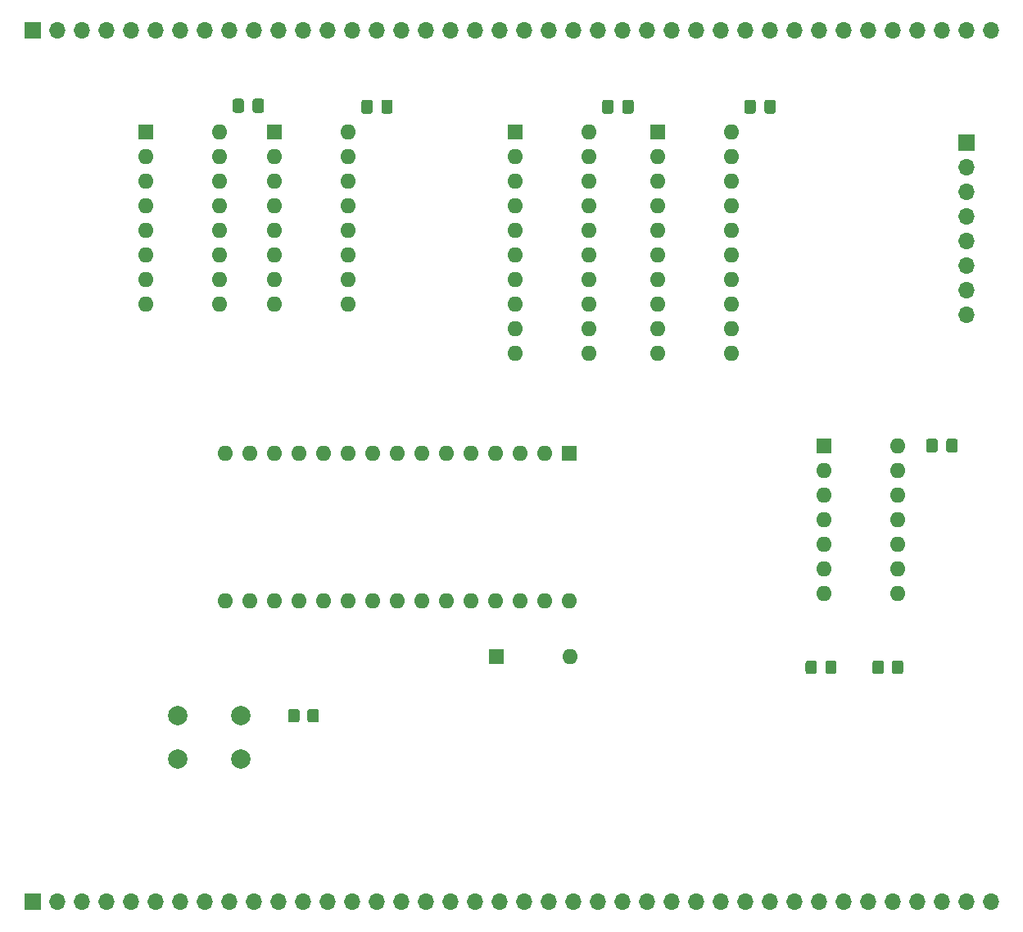
<source format=gts>
G04 #@! TF.GenerationSoftware,KiCad,Pcbnew,(5.1.9)-1*
G04 #@! TF.CreationDate,2021-10-03T23:58:30-04:00*
G04 #@! TF.ProjectId,loader,6c6f6164-6572-42e6-9b69-6361645f7063,1.0*
G04 #@! TF.SameCoordinates,Original*
G04 #@! TF.FileFunction,Soldermask,Top*
G04 #@! TF.FilePolarity,Negative*
%FSLAX46Y46*%
G04 Gerber Fmt 4.6, Leading zero omitted, Abs format (unit mm)*
G04 Created by KiCad (PCBNEW (5.1.9)-1) date 2021-10-03 23:58:30*
%MOMM*%
%LPD*%
G01*
G04 APERTURE LIST*
%ADD10O,1.700000X1.700000*%
%ADD11R,1.700000X1.700000*%
%ADD12C,2.000000*%
%ADD13O,1.600000X1.600000*%
%ADD14R,1.600000X1.600000*%
G04 APERTURE END LIST*
D10*
X182900000Y-75380000D03*
X182900000Y-72840000D03*
X182900000Y-70300000D03*
X182900000Y-67760000D03*
X182900000Y-65220000D03*
X182900000Y-62680000D03*
X182900000Y-60140000D03*
D11*
X182900000Y-57600000D03*
G36*
G01*
X161150000Y-53425000D02*
X161150000Y-54375000D01*
G75*
G02*
X160900000Y-54625000I-250000J0D01*
G01*
X160225000Y-54625000D01*
G75*
G02*
X159975000Y-54375000I0J250000D01*
G01*
X159975000Y-53425000D01*
G75*
G02*
X160225000Y-53175000I250000J0D01*
G01*
X160900000Y-53175000D01*
G75*
G02*
X161150000Y-53425000I0J-250000D01*
G01*
G37*
G36*
G01*
X163225000Y-53425000D02*
X163225000Y-54375000D01*
G75*
G02*
X162975000Y-54625000I-250000J0D01*
G01*
X162300000Y-54625000D01*
G75*
G02*
X162050000Y-54375000I0J250000D01*
G01*
X162050000Y-53425000D01*
G75*
G02*
X162300000Y-53175000I250000J0D01*
G01*
X162975000Y-53175000D01*
G75*
G02*
X163225000Y-53425000I0J-250000D01*
G01*
G37*
G36*
G01*
X146450000Y-53425000D02*
X146450000Y-54375000D01*
G75*
G02*
X146200000Y-54625000I-250000J0D01*
G01*
X145525000Y-54625000D01*
G75*
G02*
X145275000Y-54375000I0J250000D01*
G01*
X145275000Y-53425000D01*
G75*
G02*
X145525000Y-53175000I250000J0D01*
G01*
X146200000Y-53175000D01*
G75*
G02*
X146450000Y-53425000I0J-250000D01*
G01*
G37*
G36*
G01*
X148525000Y-53425000D02*
X148525000Y-54375000D01*
G75*
G02*
X148275000Y-54625000I-250000J0D01*
G01*
X147600000Y-54625000D01*
G75*
G02*
X147350000Y-54375000I0J250000D01*
G01*
X147350000Y-53425000D01*
G75*
G02*
X147600000Y-53175000I250000J0D01*
G01*
X148275000Y-53175000D01*
G75*
G02*
X148525000Y-53425000I0J-250000D01*
G01*
G37*
G36*
G01*
X114000000Y-116349999D02*
X114000000Y-117250001D01*
G75*
G02*
X113750001Y-117500000I-249999J0D01*
G01*
X113049999Y-117500000D01*
G75*
G02*
X112800000Y-117250001I0J249999D01*
G01*
X112800000Y-116349999D01*
G75*
G02*
X113049999Y-116100000I249999J0D01*
G01*
X113750001Y-116100000D01*
G75*
G02*
X114000000Y-116349999I0J-249999D01*
G01*
G37*
G36*
G01*
X116000000Y-116349999D02*
X116000000Y-117250001D01*
G75*
G02*
X115750001Y-117500000I-249999J0D01*
G01*
X115049999Y-117500000D01*
G75*
G02*
X114800000Y-117250001I0J249999D01*
G01*
X114800000Y-116349999D01*
G75*
G02*
X115049999Y-116100000I249999J0D01*
G01*
X115750001Y-116100000D01*
G75*
G02*
X116000000Y-116349999I0J-249999D01*
G01*
G37*
D12*
X101400000Y-121300000D03*
X101400000Y-116800000D03*
X107900000Y-121300000D03*
X107900000Y-116800000D03*
G36*
G01*
X179950000Y-88425000D02*
X179950000Y-89375000D01*
G75*
G02*
X179700000Y-89625000I-250000J0D01*
G01*
X179025000Y-89625000D01*
G75*
G02*
X178775000Y-89375000I0J250000D01*
G01*
X178775000Y-88425000D01*
G75*
G02*
X179025000Y-88175000I250000J0D01*
G01*
X179700000Y-88175000D01*
G75*
G02*
X179950000Y-88425000I0J-250000D01*
G01*
G37*
G36*
G01*
X182025000Y-88425000D02*
X182025000Y-89375000D01*
G75*
G02*
X181775000Y-89625000I-250000J0D01*
G01*
X181100000Y-89625000D01*
G75*
G02*
X180850000Y-89375000I0J250000D01*
G01*
X180850000Y-88425000D01*
G75*
G02*
X181100000Y-88175000I250000J0D01*
G01*
X181775000Y-88175000D01*
G75*
G02*
X182025000Y-88425000I0J-250000D01*
G01*
G37*
D13*
X175820000Y-88900000D03*
X168200000Y-104140000D03*
X175820000Y-91440000D03*
X168200000Y-101600000D03*
X175820000Y-93980000D03*
X168200000Y-99060000D03*
X175820000Y-96520000D03*
X168200000Y-96520000D03*
X175820000Y-99060000D03*
X168200000Y-93980000D03*
X175820000Y-101600000D03*
X168200000Y-91440000D03*
X175820000Y-104140000D03*
D14*
X168200000Y-88900000D03*
D13*
X141920000Y-110700000D03*
D14*
X134300000Y-110700000D03*
D13*
X158620000Y-56500000D03*
X151000000Y-79360000D03*
X158620000Y-59040000D03*
X151000000Y-76820000D03*
X158620000Y-61580000D03*
X151000000Y-74280000D03*
X158620000Y-64120000D03*
X151000000Y-71740000D03*
X158620000Y-66660000D03*
X151000000Y-69200000D03*
X158620000Y-69200000D03*
X151000000Y-66660000D03*
X158620000Y-71740000D03*
X151000000Y-64120000D03*
X158620000Y-74280000D03*
X151000000Y-61580000D03*
X158620000Y-76820000D03*
X151000000Y-59040000D03*
X158620000Y-79360000D03*
D14*
X151000000Y-56500000D03*
D13*
X143920000Y-56500000D03*
X136300000Y-79360000D03*
X143920000Y-59040000D03*
X136300000Y-76820000D03*
X143920000Y-61580000D03*
X136300000Y-74280000D03*
X143920000Y-64120000D03*
X136300000Y-71740000D03*
X143920000Y-66660000D03*
X136300000Y-69200000D03*
X143920000Y-69200000D03*
X136300000Y-66660000D03*
X143920000Y-71740000D03*
X136300000Y-64120000D03*
X143920000Y-74280000D03*
X136300000Y-61580000D03*
X143920000Y-76820000D03*
X136300000Y-59040000D03*
X143920000Y-79360000D03*
D14*
X136300000Y-56500000D03*
D13*
X105720000Y-56500000D03*
X98100000Y-74280000D03*
X105720000Y-59040000D03*
X98100000Y-71740000D03*
X105720000Y-61580000D03*
X98100000Y-69200000D03*
X105720000Y-64120000D03*
X98100000Y-66660000D03*
X105720000Y-66660000D03*
X98100000Y-64120000D03*
X105720000Y-69200000D03*
X98100000Y-61580000D03*
X105720000Y-71740000D03*
X98100000Y-59040000D03*
X105720000Y-74280000D03*
D14*
X98100000Y-56500000D03*
D13*
X119020000Y-56500000D03*
X111400000Y-74280000D03*
X119020000Y-59040000D03*
X111400000Y-71740000D03*
X119020000Y-61580000D03*
X111400000Y-69200000D03*
X119020000Y-64120000D03*
X111400000Y-66660000D03*
X119020000Y-66660000D03*
X111400000Y-64120000D03*
X119020000Y-69200000D03*
X111400000Y-61580000D03*
X119020000Y-71740000D03*
X111400000Y-59040000D03*
X119020000Y-74280000D03*
D14*
X111400000Y-56500000D03*
G36*
G01*
X174400000Y-111349999D02*
X174400000Y-112250001D01*
G75*
G02*
X174150001Y-112500000I-249999J0D01*
G01*
X173449999Y-112500000D01*
G75*
G02*
X173200000Y-112250001I0J249999D01*
G01*
X173200000Y-111349999D01*
G75*
G02*
X173449999Y-111100000I249999J0D01*
G01*
X174150001Y-111100000D01*
G75*
G02*
X174400000Y-111349999I0J-249999D01*
G01*
G37*
G36*
G01*
X176400000Y-111349999D02*
X176400000Y-112250001D01*
G75*
G02*
X176150001Y-112500000I-249999J0D01*
G01*
X175449999Y-112500000D01*
G75*
G02*
X175200000Y-112250001I0J249999D01*
G01*
X175200000Y-111349999D01*
G75*
G02*
X175449999Y-111100000I249999J0D01*
G01*
X176150001Y-111100000D01*
G75*
G02*
X176400000Y-111349999I0J-249999D01*
G01*
G37*
G36*
G01*
X168350000Y-112250001D02*
X168350000Y-111349999D01*
G75*
G02*
X168599999Y-111100000I249999J0D01*
G01*
X169250001Y-111100000D01*
G75*
G02*
X169500000Y-111349999I0J-249999D01*
G01*
X169500000Y-112250001D01*
G75*
G02*
X169250001Y-112500000I-249999J0D01*
G01*
X168599999Y-112500000D01*
G75*
G02*
X168350000Y-112250001I0J249999D01*
G01*
G37*
G36*
G01*
X166300000Y-112250001D02*
X166300000Y-111349999D01*
G75*
G02*
X166549999Y-111100000I249999J0D01*
G01*
X167200001Y-111100000D01*
G75*
G02*
X167450000Y-111349999I0J-249999D01*
G01*
X167450000Y-112250001D01*
G75*
G02*
X167200001Y-112500000I-249999J0D01*
G01*
X166549999Y-112500000D01*
G75*
G02*
X166300000Y-112250001I0J249999D01*
G01*
G37*
G36*
G01*
X121550000Y-53425000D02*
X121550000Y-54375000D01*
G75*
G02*
X121300000Y-54625000I-250000J0D01*
G01*
X120625000Y-54625000D01*
G75*
G02*
X120375000Y-54375000I0J250000D01*
G01*
X120375000Y-53425000D01*
G75*
G02*
X120625000Y-53175000I250000J0D01*
G01*
X121300000Y-53175000D01*
G75*
G02*
X121550000Y-53425000I0J-250000D01*
G01*
G37*
G36*
G01*
X123625000Y-53425000D02*
X123625000Y-54375000D01*
G75*
G02*
X123375000Y-54625000I-250000J0D01*
G01*
X122700000Y-54625000D01*
G75*
G02*
X122450000Y-54375000I0J250000D01*
G01*
X122450000Y-53425000D01*
G75*
G02*
X122700000Y-53175000I250000J0D01*
G01*
X123375000Y-53175000D01*
G75*
G02*
X123625000Y-53425000I0J-250000D01*
G01*
G37*
G36*
G01*
X108250000Y-53325000D02*
X108250000Y-54275000D01*
G75*
G02*
X108000000Y-54525000I-250000J0D01*
G01*
X107325000Y-54525000D01*
G75*
G02*
X107075000Y-54275000I0J250000D01*
G01*
X107075000Y-53325000D01*
G75*
G02*
X107325000Y-53075000I250000J0D01*
G01*
X108000000Y-53075000D01*
G75*
G02*
X108250000Y-53325000I0J-250000D01*
G01*
G37*
G36*
G01*
X110325000Y-53325000D02*
X110325000Y-54275000D01*
G75*
G02*
X110075000Y-54525000I-250000J0D01*
G01*
X109400000Y-54525000D01*
G75*
G02*
X109150000Y-54275000I0J250000D01*
G01*
X109150000Y-53325000D01*
G75*
G02*
X109400000Y-53075000I250000J0D01*
G01*
X110075000Y-53075000D01*
G75*
G02*
X110325000Y-53325000I0J-250000D01*
G01*
G37*
D13*
X106340000Y-104940000D03*
X106340000Y-89700000D03*
X141900000Y-104940000D03*
X108880000Y-89700000D03*
X139360000Y-104940000D03*
X111420000Y-89700000D03*
X136820000Y-104940000D03*
X113960000Y-89700000D03*
X134280000Y-104940000D03*
X116500000Y-89700000D03*
X131740000Y-104940000D03*
X119040000Y-89700000D03*
X129200000Y-104940000D03*
X121580000Y-89700000D03*
X126660000Y-104940000D03*
X124120000Y-89700000D03*
X124120000Y-104940000D03*
X126660000Y-89700000D03*
X121580000Y-104940000D03*
X129200000Y-89700000D03*
X119040000Y-104940000D03*
X131740000Y-89700000D03*
X116500000Y-104940000D03*
X134280000Y-89700000D03*
X113960000Y-104940000D03*
X136820000Y-89700000D03*
X111420000Y-104940000D03*
X139360000Y-89700000D03*
X108880000Y-104940000D03*
D14*
X141900000Y-89700000D03*
D10*
X185460000Y-136000000D03*
X182920000Y-136000000D03*
X180380000Y-136000000D03*
X177840000Y-136000000D03*
X175300000Y-136000000D03*
X172760000Y-136000000D03*
X170220000Y-136000000D03*
X167680000Y-136000000D03*
X165140000Y-136000000D03*
X162600000Y-136000000D03*
X160060000Y-136000000D03*
X157520000Y-136000000D03*
X154980000Y-136000000D03*
X152440000Y-136000000D03*
X149900000Y-136000000D03*
X147360000Y-136000000D03*
X144820000Y-136000000D03*
X142280000Y-136000000D03*
X139740000Y-136000000D03*
X137200000Y-136000000D03*
X134660000Y-136000000D03*
X132120000Y-136000000D03*
X129580000Y-136000000D03*
X127040000Y-136000000D03*
X124500000Y-136000000D03*
X121960000Y-136000000D03*
X119420000Y-136000000D03*
X116880000Y-136000000D03*
X114340000Y-136000000D03*
X111800000Y-136000000D03*
X109260000Y-136000000D03*
X106720000Y-136000000D03*
X104180000Y-136000000D03*
X101640000Y-136000000D03*
X99100000Y-136000000D03*
X96560000Y-136000000D03*
X94020000Y-136000000D03*
X91480000Y-136000000D03*
X88940000Y-136000000D03*
D11*
X86400000Y-136000000D03*
D10*
X185460000Y-46000000D03*
X182920000Y-46000000D03*
X180380000Y-46000000D03*
X177840000Y-46000000D03*
X175300000Y-46000000D03*
X172760000Y-46000000D03*
X170220000Y-46000000D03*
X167680000Y-46000000D03*
X165140000Y-46000000D03*
X162600000Y-46000000D03*
X160060000Y-46000000D03*
X157520000Y-46000000D03*
X154980000Y-46000000D03*
X152440000Y-46000000D03*
X149900000Y-46000000D03*
X147360000Y-46000000D03*
X144820000Y-46000000D03*
X142280000Y-46000000D03*
X139740000Y-46000000D03*
X137200000Y-46000000D03*
X134660000Y-46000000D03*
X132120000Y-46000000D03*
X129580000Y-46000000D03*
X127040000Y-46000000D03*
X124500000Y-46000000D03*
X121960000Y-46000000D03*
X119420000Y-46000000D03*
X116880000Y-46000000D03*
X114340000Y-46000000D03*
X111800000Y-46000000D03*
X109260000Y-46000000D03*
X106720000Y-46000000D03*
X104180000Y-46000000D03*
X101640000Y-46000000D03*
X99100000Y-46000000D03*
X96560000Y-46000000D03*
X94020000Y-46000000D03*
X91480000Y-46000000D03*
X88940000Y-46000000D03*
D11*
X86400000Y-46000000D03*
M02*

</source>
